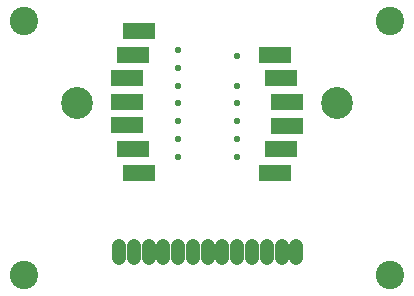
<source format=gbr>
G04 EAGLE Gerber RS-274X export*
G75*
%MOMM*%
%FSLAX34Y34*%
%LPD*%
%INSoldermask Top*%
%IPPOS*%
%AMOC8*
5,1,8,0,0,1.08239X$1,22.5*%
G01*
%ADD10C,0.553200*%
%ADD11C,2.703200*%
%ADD12C,2.403200*%
%ADD13C,1.211200*%
%ADD14R,2.743200X1.473200*%


D10*
X155000Y215000D03*
X155000Y200000D03*
X155000Y185000D03*
X155000Y155000D03*
X155000Y170000D03*
X155000Y125000D03*
X155000Y140000D03*
D11*
X70000Y170000D03*
D10*
X205000Y210000D03*
X205000Y185000D03*
X205000Y155000D03*
X205000Y170000D03*
X205000Y125000D03*
X205000Y140000D03*
D11*
X290000Y170000D03*
D12*
X25000Y25000D03*
X335000Y25000D03*
X335000Y240000D03*
X25000Y240000D03*
D13*
X255500Y48940D02*
X255500Y38860D01*
X243000Y38860D02*
X243000Y48940D01*
X230500Y48940D02*
X230500Y38860D01*
X218000Y38860D02*
X218000Y48940D01*
X205500Y48940D02*
X205500Y38860D01*
X193000Y38860D02*
X193000Y48940D01*
X180500Y48940D02*
X180500Y38860D01*
X168000Y38860D02*
X168000Y48940D01*
X155500Y48940D02*
X155500Y38860D01*
X143000Y38860D02*
X143000Y48940D01*
X130500Y48940D02*
X130500Y38860D01*
X118000Y38860D02*
X118000Y48940D01*
X105500Y48940D02*
X105500Y38860D01*
D14*
X237700Y211400D03*
X242600Y191500D03*
X247800Y171400D03*
X247800Y151300D03*
X242700Y131400D03*
X237700Y111400D03*
X122500Y111500D03*
X117300Y131400D03*
X112300Y151400D03*
X112200Y171400D03*
X112300Y191390D03*
X117300Y211410D03*
X122300Y231430D03*
M02*

</source>
